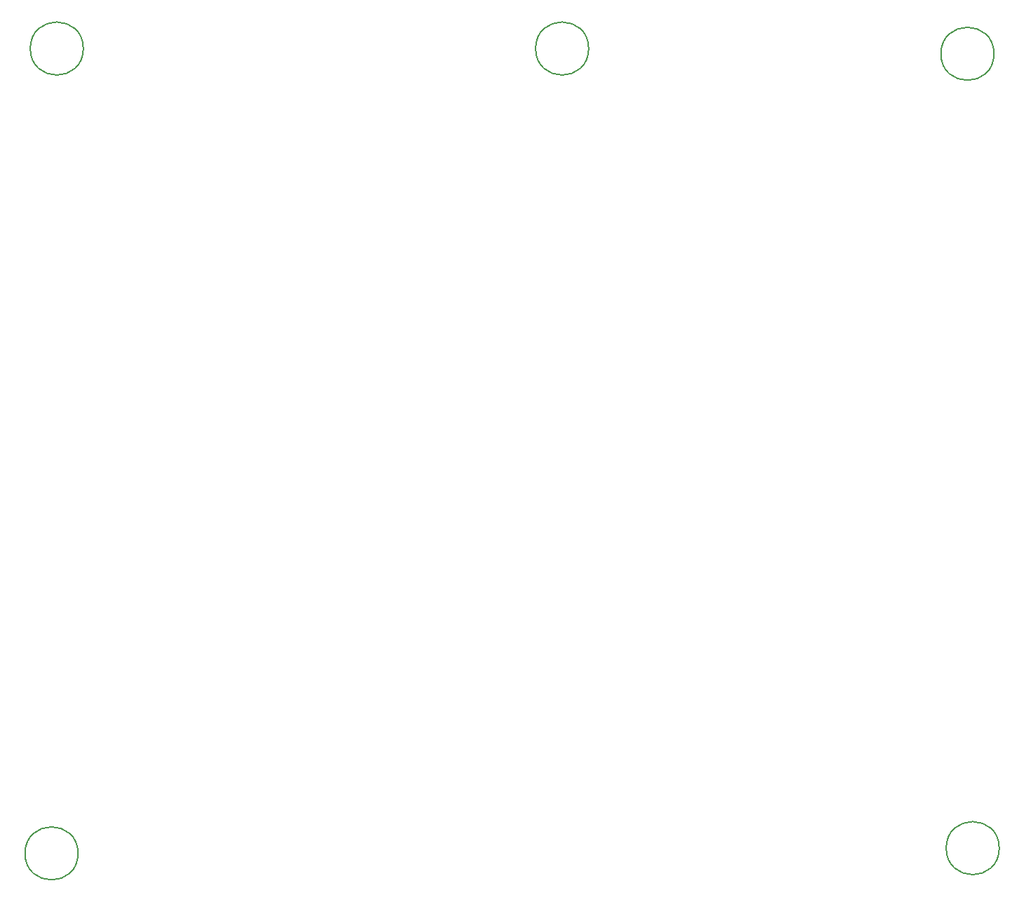
<source format=gbr>
%TF.GenerationSoftware,KiCad,Pcbnew,8.0.8*%
%TF.CreationDate,2025-02-19T17:07:23+00:00*%
%TF.ProjectId,MEMLSensorBoard,4d454d4c-5365-46e7-936f-72426f617264,rev?*%
%TF.SameCoordinates,Original*%
%TF.FileFunction,Other,Comment*%
%FSLAX46Y46*%
G04 Gerber Fmt 4.6, Leading zero omitted, Abs format (unit mm)*
G04 Created by KiCad (PCBNEW 8.0.8) date 2025-02-19 17:07:23*
%MOMM*%
%LPD*%
G01*
G04 APERTURE LIST*
%ADD10C,0.150000*%
G04 APERTURE END LIST*
D10*
%TO.C,REF\u002A\u002A*%
X122580000Y-124460000D02*
G75*
G02*
X116180000Y-124460000I-3200000J0D01*
G01*
X116180000Y-124460000D02*
G75*
G02*
X122580000Y-124460000I3200000J0D01*
G01*
X233705000Y-123825000D02*
G75*
G02*
X227305000Y-123825000I-3200000J0D01*
G01*
X227305000Y-123825000D02*
G75*
G02*
X233705000Y-123825000I3200000J0D01*
G01*
X123215000Y-27305000D02*
G75*
G02*
X116815000Y-27305000I-3200000J0D01*
G01*
X116815000Y-27305000D02*
G75*
G02*
X123215000Y-27305000I3200000J0D01*
G01*
X184175000Y-27305000D02*
G75*
G02*
X177775000Y-27305000I-3200000J0D01*
G01*
X177775000Y-27305000D02*
G75*
G02*
X184175000Y-27305000I3200000J0D01*
G01*
X233070000Y-27940000D02*
G75*
G02*
X226670000Y-27940000I-3200000J0D01*
G01*
X226670000Y-27940000D02*
G75*
G02*
X233070000Y-27940000I3200000J0D01*
G01*
%TD*%
M02*

</source>
